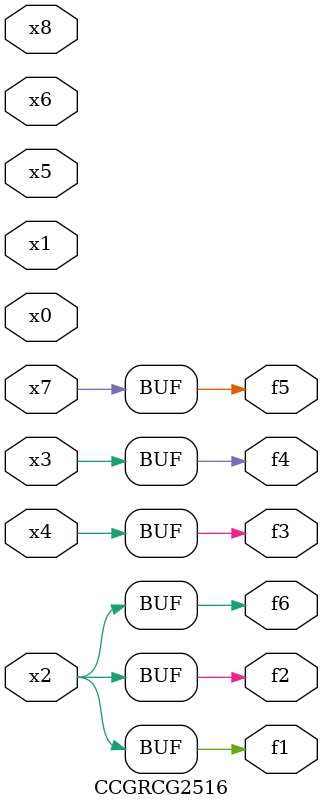
<source format=v>
module CCGRCG2516(
	input x0, x1, x2, x3, x4, x5, x6, x7, x8,
	output f1, f2, f3, f4, f5, f6
);
	assign f1 = x2;
	assign f2 = x2;
	assign f3 = x4;
	assign f4 = x3;
	assign f5 = x7;
	assign f6 = x2;
endmodule

</source>
